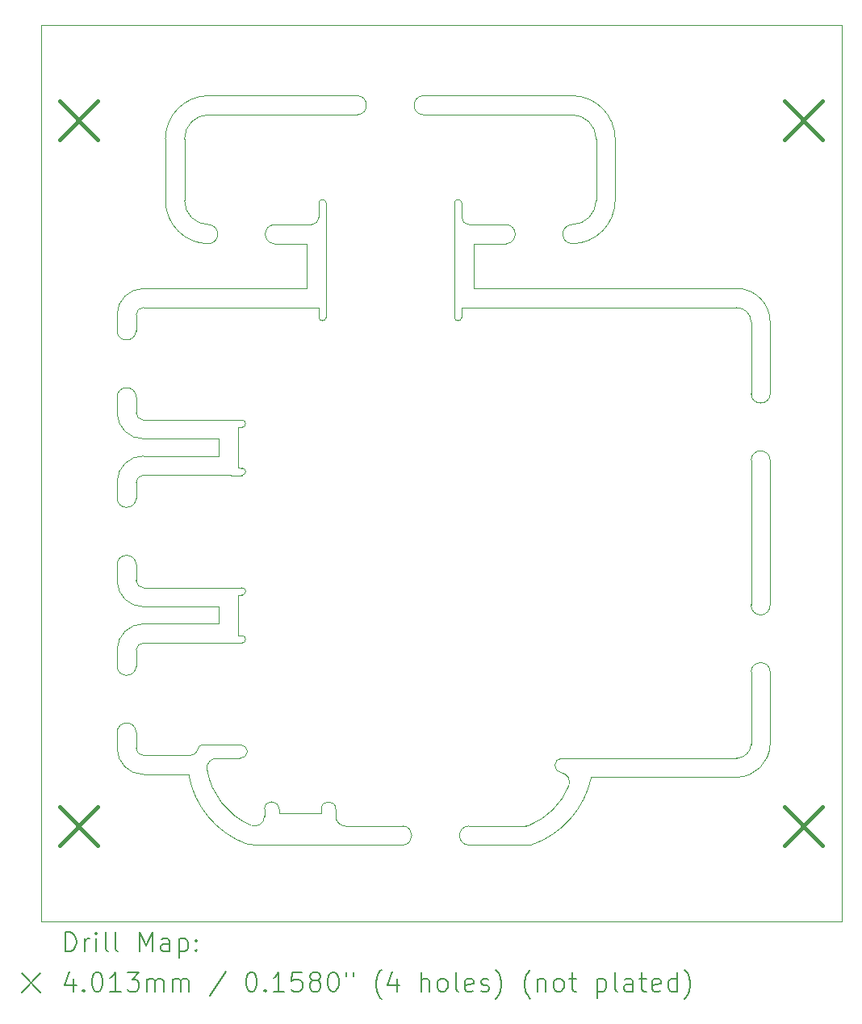
<source format=gbr>
%TF.GenerationSoftware,KiCad,Pcbnew,8.0.2*%
%TF.CreationDate,2024-10-13T20:57:57-05:00*%
%TF.ProjectId,PM1C_Rev_1_2,504d3143-5f52-4657-965f-315f322e6b69,1*%
%TF.SameCoordinates,PX297003ePY8770cd2*%
%TF.FileFunction,Drillmap*%
%TF.FilePolarity,Positive*%
%FSLAX45Y45*%
G04 Gerber Fmt 4.5, Leading zero omitted, Abs format (unit mm)*
G04 Created by KiCad (PCBNEW 8.0.2) date 2024-10-13 20:57:57*
%MOMM*%
%LPD*%
G01*
G04 APERTURE LIST*
%ADD10C,0.050000*%
%ADD11C,0.200000*%
%ADD12C,0.401300*%
G04 APERTURE END LIST*
D10*
X4009706Y8456956D02*
G75*
G02*
X4010127Y8656730I6571J99873D01*
G01*
X1696916Y1851797D02*
X2092457Y1851479D01*
X7451299Y1855148D02*
X7451299Y2619468D01*
X4415422Y6335486D02*
G75*
G02*
X4339222Y6335486I-38100J0D01*
G01*
X1307262Y8204388D02*
X1307358Y7554619D01*
X-43Y9399979D02*
X8399957Y9399979D01*
X8399957Y-21D01*
X-43Y-21D01*
X-43Y9399979D01*
X2916820Y7529854D02*
G75*
G02*
X2993020Y7529854I38100J0D01*
G01*
X999858Y6189978D02*
G75*
G02*
X799599Y6191485I-100091J5911D01*
G01*
X799986Y3738974D02*
G75*
G02*
X1000074Y3742414I100096J-1285D01*
G01*
X2245477Y800264D02*
G75*
G02*
X2155679Y812856I-3740J299815D01*
G01*
X2204555Y1007820D02*
G75*
G02*
X1744683Y1593732I293102J703480D01*
G01*
X2793187Y6636154D02*
X2793283Y7104836D01*
X7651176Y3318797D02*
G75*
G02*
X7451262Y3320089I-99999J-5867D01*
G01*
X799986Y2850461D02*
G75*
G02*
X1078675Y3119543I276211J-7212D01*
G01*
X5824962Y7558971D02*
X5825124Y8202955D01*
X1865390Y5059220D02*
X1865390Y4880216D01*
X4339222Y7529854D02*
G75*
G02*
X4415422Y7529854I38100J0D01*
G01*
X2109728Y3498509D02*
G75*
G02*
X2109728Y3422070I769J-38219D01*
G01*
X5142444Y800461D02*
X4492170Y800461D01*
X1507118Y8202955D02*
X1507214Y7558843D01*
X2345320Y1101480D02*
G75*
G02*
X2204554Y1007817I-101563J29D01*
G01*
X5573408Y8656730D02*
G75*
G02*
X6024981Y8204417I-2171J-453741D01*
G01*
X5573408Y8656730D02*
X4010127Y8656730D01*
X7451169Y6283086D02*
X7451169Y5531874D01*
X2942220Y1177680D02*
G75*
G02*
X3094620Y1177680I76200J0D01*
G01*
X1000074Y2842906D02*
X1000074Y2675173D01*
X1865347Y3298542D02*
X1865347Y3119538D01*
X2155679Y812855D02*
G75*
G02*
X1550548Y1540413I337998J896554D01*
G01*
X1000074Y4601096D02*
G75*
G02*
X1076274Y4677292I76203J-7D01*
G01*
X4539055Y6636182D02*
X7300975Y6636182D01*
X1758834Y8656702D02*
X3322115Y8656702D01*
X2993020Y6335486D02*
G75*
G02*
X2916820Y6335486I-38100J0D01*
G01*
X799986Y3567126D02*
X799986Y3738974D01*
X2449227Y7304870D02*
X2840716Y7304842D01*
X4009706Y8456956D02*
X5571123Y8456956D01*
X2109730Y2995409D02*
X2065730Y2995500D01*
X6024818Y7554775D02*
G75*
G02*
X5572415Y7104991I-454011J4244D01*
G01*
X1076500Y5256500D02*
X1989589Y5256428D01*
X2168877Y1780399D02*
G75*
G02*
X2089957Y1709974I-76130J5881D01*
G01*
X2065728Y3421969D02*
X2065691Y2995485D01*
X2916916Y7381042D02*
G75*
G02*
X2840716Y7304840I-76209J8D01*
G01*
X7298769Y6435486D02*
G75*
G02*
X7451174Y6283086I8J-152397D01*
G01*
X2109959Y4676971D02*
X1989591Y4677062D01*
X3798164Y800264D02*
X2245477Y800264D01*
X2916820Y6335486D02*
X2916820Y6435486D01*
X1761215Y7304842D02*
G75*
G02*
X1507219Y7558843I2J253998D01*
G01*
X1000074Y1816491D02*
X1000074Y1981804D01*
X2109730Y2995409D02*
G75*
G02*
X2109730Y2918970I777J-38220D01*
G01*
X1076271Y3498489D02*
X1989360Y3498417D01*
X1865347Y3119538D02*
X1078675Y3119538D01*
X3196221Y999984D02*
G75*
G02*
X3094622Y1101584I16J101615D01*
G01*
X799599Y6363333D02*
G75*
G02*
X1078885Y6636149I278658J-5904D01*
G01*
X7651176Y3318797D02*
X7651176Y4835700D01*
X1865390Y5059220D02*
X1078717Y5059220D01*
X4339222Y6335486D02*
X4339222Y7529854D01*
X1865390Y4880216D02*
X1078717Y4880216D01*
X2942220Y1135984D02*
X2942220Y1177680D01*
X5463321Y1710827D02*
X5469523Y1711080D01*
X5469523Y1711081D02*
X7298769Y1711081D01*
X7451266Y3320089D02*
X7451266Y4836992D01*
X1076500Y5256500D02*
G75*
G02*
X999998Y5333000I-53J76449D01*
G01*
X1000074Y2842906D02*
G75*
G02*
X1076274Y2919102I76203J-7D01*
G01*
X4490412Y1000098D02*
X5088774Y1000098D01*
X1000500Y5496500D02*
X1000000Y5333000D01*
X2793283Y7104836D02*
X2448806Y7105096D01*
X3094620Y1177680D02*
X3094620Y1101584D01*
X1989490Y2919285D02*
X1076045Y2919285D01*
X5119940Y1005167D02*
G75*
G02*
X5088774Y999983I-28313J73943D01*
G01*
X4539055Y6636182D02*
X4538893Y7104993D01*
X4882949Y7304941D02*
G75*
G02*
X4883370Y7105164I-6152J-99902D01*
G01*
X7302216Y1511511D02*
X5775190Y1511511D01*
X4415422Y7529854D02*
X4415260Y7381170D01*
X1647256Y1807619D02*
G75*
G02*
X1696916Y1851799I49651J-5809D01*
G01*
X7451299Y2619468D02*
G75*
G02*
X7650611Y2619818I99668J-6669D01*
G01*
X1076274Y3498481D02*
G75*
G02*
X1000079Y3574681I-7J76188D01*
G01*
X2109728Y3498509D02*
X1989360Y3498417D01*
X2345320Y1177680D02*
G75*
G02*
X2497720Y1177680I76200J0D01*
G01*
X2109957Y5180071D02*
X2065957Y5179979D01*
X3196221Y999984D02*
X3799351Y999984D01*
X4538893Y7104993D02*
X4883370Y7105167D01*
X999858Y6189978D02*
X999858Y6358266D01*
X800029Y5499652D02*
G75*
G02*
X1000494Y5496500I100188J-4402D01*
G01*
X1000074Y3574681D02*
X1000074Y3742414D01*
X1865347Y3298542D02*
X1078675Y3298542D01*
X7451299Y1855148D02*
G75*
G02*
X7298769Y1711078I-152542J8722D01*
G01*
X2793187Y6636154D02*
X1078885Y6636154D01*
X999858Y6358266D02*
G75*
G02*
X1076274Y6435483I76419J793D01*
G01*
X3799351Y999984D02*
G75*
G02*
X3798164Y800264I-8234J-99815D01*
G01*
X2916820Y6435486D02*
X1076274Y6435486D01*
X2448806Y7105096D02*
G75*
G02*
X2449227Y7304870I6571J99874D01*
G01*
X1761215Y7304842D02*
G75*
G02*
X1759761Y7104838I-6158J-99962D01*
G01*
X7451266Y4836992D02*
G75*
G02*
X7651178Y4835700I99931J-4533D01*
G01*
X799982Y1982425D02*
G75*
G02*
X1000071Y1981804I100035J-3266D01*
G01*
X4415422Y6435486D02*
X4415422Y6335486D01*
X799986Y2850461D02*
X799986Y2678613D01*
X5458944Y1559418D02*
G75*
G02*
X5538730Y1419991I-14097J-100609D01*
G01*
X2993020Y7529854D02*
X2993020Y6335486D01*
X2065957Y5179979D02*
X2065920Y4753496D01*
X4491460Y7304970D02*
X4882949Y7304941D01*
X2109959Y4753420D02*
G75*
G02*
X2109959Y4676979I778J-38220D01*
G01*
X7298769Y6435486D02*
X4415422Y6435486D01*
X2092457Y1851479D02*
G75*
G02*
X2168881Y1780399I-330J-76980D01*
G01*
X5571123Y8456956D02*
G75*
G02*
X5825124Y8202955I-16J-254017D01*
G01*
X2109730Y2918960D02*
X1989362Y2919052D01*
X1000116Y4435851D02*
G75*
G02*
X800028Y4439291I-99993J4735D01*
G01*
X2109957Y5256519D02*
G75*
G02*
X2109957Y5180079I770J-38220D01*
G01*
X800029Y4611139D02*
X800029Y4439291D01*
X5538732Y1419991D02*
G75*
G02*
X5119939Y1005169I-702525J290439D01*
G01*
X1078675Y3298542D02*
G75*
G02*
X799987Y3567126I-2988J275777D01*
G01*
X800029Y4611139D02*
G75*
G02*
X1078717Y4880221I276208J-7210D01*
G01*
X1507118Y8202955D02*
G75*
G02*
X1761119Y8456958I253989J14D01*
G01*
X2497720Y1177680D02*
X2497720Y1135984D01*
X2497720Y1135984D02*
X2942220Y1135984D01*
X2109957Y5256519D02*
X1989589Y5256428D01*
X2109728Y3422060D02*
X2065728Y3421969D01*
X1075846Y1540413D02*
G75*
G02*
X799981Y1817113I411J276276D01*
G01*
X7650683Y6285306D02*
X7651290Y5534094D01*
X2916916Y7381042D02*
X2916820Y7529854D01*
X1744682Y1593732D02*
G75*
G02*
X1844957Y1709972I99535J15507D01*
G01*
X1076274Y1740291D02*
G75*
G02*
X1000079Y1816491I-7J76188D01*
G01*
X800029Y5327804D02*
X800029Y5499652D01*
X1759761Y7104836D02*
G75*
G02*
X1307361Y7554619I1596J454013D01*
G01*
X5824962Y7558971D02*
G75*
G02*
X5570961Y7304974I-253985J-12D01*
G01*
X4492170Y800461D02*
G75*
G02*
X4490412Y1000098I227J99828D01*
G01*
X799982Y1817113D02*
X799982Y1982425D01*
X3322536Y8456927D02*
X1761119Y8456927D01*
X799599Y6363333D02*
X799599Y6191485D01*
X5572415Y7104993D02*
G75*
G02*
X5570961Y7304966I4702J100026D01*
G01*
X1307262Y8204388D02*
G75*
G02*
X1758834Y8656702I453750J-1433D01*
G01*
X1078717Y5059220D02*
G75*
G02*
X800025Y5327804I-3000J275769D01*
G01*
X4491460Y7304970D02*
G75*
G02*
X4415258Y7381170I-3J76199D01*
G01*
X2089957Y1709979D02*
X1844957Y1709979D01*
X7300975Y6636182D02*
G75*
G02*
X7650679Y6285306I-3408J-353103D01*
G01*
X1076274Y1740291D02*
X1571574Y1740291D01*
X1000074Y4601096D02*
X1000116Y4435851D01*
X6024980Y8204417D02*
X6024818Y7554775D01*
X1000074Y2675173D02*
G75*
G02*
X799987Y2678613I-99992J4726D01*
G01*
X3322115Y8656702D02*
G75*
G02*
X3322536Y8456924I-6158J-99902D01*
G01*
X1550549Y1540413D02*
X1075846Y1540413D01*
X7650603Y1855498D02*
X7650603Y2619818D01*
X2345320Y1101480D02*
X2345320Y1177680D01*
X1647256Y1807619D02*
G75*
G02*
X1571574Y1740293I-75679J8871D01*
G01*
X5775190Y1511511D02*
G75*
G02*
X5142444Y800461I-940919J200243D01*
G01*
X5458944Y1559418D02*
G75*
G02*
X5463321Y1710825I10564J75461D01*
G01*
X7650667Y1855496D02*
G75*
G02*
X7302216Y1511516I-351900J7993D01*
G01*
X2109959Y4753420D02*
X2065959Y4753511D01*
X7651290Y5534094D02*
G75*
G02*
X7451165Y5531874I-100074J-125D01*
G01*
X1989719Y4677296D02*
X1076274Y4677296D01*
D11*
D12*
X199310Y8599804D02*
X600610Y8198504D01*
X600610Y8599804D02*
X199310Y8198504D01*
X199310Y1199804D02*
X600610Y798504D01*
X600610Y1199804D02*
X199310Y798504D01*
X7799310Y8599804D02*
X8200610Y8198504D01*
X8200610Y8599804D02*
X7799310Y8198504D01*
X7799310Y1199804D02*
X8200610Y798504D01*
X8200610Y1199804D02*
X7799310Y798504D01*
D11*
X258234Y-314004D02*
X258234Y-114004D01*
X258234Y-114004D02*
X305853Y-114004D01*
X305853Y-114004D02*
X334424Y-123528D01*
X334424Y-123528D02*
X353472Y-142576D01*
X353472Y-142576D02*
X362996Y-161623D01*
X362996Y-161623D02*
X372519Y-199719D01*
X372519Y-199719D02*
X372519Y-228290D01*
X372519Y-228290D02*
X362996Y-266385D01*
X362996Y-266385D02*
X353472Y-285433D01*
X353472Y-285433D02*
X334424Y-304481D01*
X334424Y-304481D02*
X305853Y-314004D01*
X305853Y-314004D02*
X258234Y-314004D01*
X458234Y-314004D02*
X458234Y-180671D01*
X458234Y-218766D02*
X467758Y-199719D01*
X467758Y-199719D02*
X477281Y-190195D01*
X477281Y-190195D02*
X496329Y-180671D01*
X496329Y-180671D02*
X515377Y-180671D01*
X582043Y-314004D02*
X582043Y-180671D01*
X582043Y-114004D02*
X572520Y-123528D01*
X572520Y-123528D02*
X582043Y-133052D01*
X582043Y-133052D02*
X591567Y-123528D01*
X591567Y-123528D02*
X582043Y-114004D01*
X582043Y-114004D02*
X582043Y-133052D01*
X705853Y-314004D02*
X686805Y-304481D01*
X686805Y-304481D02*
X677281Y-285433D01*
X677281Y-285433D02*
X677281Y-114004D01*
X810615Y-314004D02*
X791567Y-304481D01*
X791567Y-304481D02*
X782043Y-285433D01*
X782043Y-285433D02*
X782043Y-114004D01*
X1039186Y-314004D02*
X1039186Y-114004D01*
X1039186Y-114004D02*
X1105853Y-256861D01*
X1105853Y-256861D02*
X1172520Y-114004D01*
X1172520Y-114004D02*
X1172520Y-314004D01*
X1353472Y-314004D02*
X1353472Y-209242D01*
X1353472Y-209242D02*
X1343948Y-190195D01*
X1343948Y-190195D02*
X1324901Y-180671D01*
X1324901Y-180671D02*
X1286805Y-180671D01*
X1286805Y-180671D02*
X1267758Y-190195D01*
X1353472Y-304481D02*
X1334424Y-314004D01*
X1334424Y-314004D02*
X1286805Y-314004D01*
X1286805Y-314004D02*
X1267758Y-304481D01*
X1267758Y-304481D02*
X1258234Y-285433D01*
X1258234Y-285433D02*
X1258234Y-266385D01*
X1258234Y-266385D02*
X1267758Y-247338D01*
X1267758Y-247338D02*
X1286805Y-237814D01*
X1286805Y-237814D02*
X1334424Y-237814D01*
X1334424Y-237814D02*
X1353472Y-228290D01*
X1448710Y-180671D02*
X1448710Y-380671D01*
X1448710Y-190195D02*
X1467758Y-180671D01*
X1467758Y-180671D02*
X1505853Y-180671D01*
X1505853Y-180671D02*
X1524900Y-190195D01*
X1524900Y-190195D02*
X1534424Y-199719D01*
X1534424Y-199719D02*
X1543948Y-218766D01*
X1543948Y-218766D02*
X1543948Y-275909D01*
X1543948Y-275909D02*
X1534424Y-294957D01*
X1534424Y-294957D02*
X1524900Y-304481D01*
X1524900Y-304481D02*
X1505853Y-314004D01*
X1505853Y-314004D02*
X1467758Y-314004D01*
X1467758Y-314004D02*
X1448710Y-304481D01*
X1629662Y-294957D02*
X1639186Y-304481D01*
X1639186Y-304481D02*
X1629662Y-314004D01*
X1629662Y-314004D02*
X1620139Y-304481D01*
X1620139Y-304481D02*
X1629662Y-294957D01*
X1629662Y-294957D02*
X1629662Y-314004D01*
X1629662Y-190195D02*
X1639186Y-199719D01*
X1639186Y-199719D02*
X1629662Y-209242D01*
X1629662Y-209242D02*
X1620139Y-199719D01*
X1620139Y-199719D02*
X1629662Y-190195D01*
X1629662Y-190195D02*
X1629662Y-209242D01*
X-202543Y-542521D02*
X-2543Y-742521D01*
X-2543Y-542521D02*
X-202543Y-742521D01*
X343948Y-600671D02*
X343948Y-734004D01*
X296329Y-524481D02*
X248710Y-667338D01*
X248710Y-667338D02*
X372519Y-667338D01*
X448710Y-714957D02*
X458234Y-724481D01*
X458234Y-724481D02*
X448710Y-734004D01*
X448710Y-734004D02*
X439186Y-724481D01*
X439186Y-724481D02*
X448710Y-714957D01*
X448710Y-714957D02*
X448710Y-734004D01*
X582043Y-534004D02*
X601091Y-534004D01*
X601091Y-534004D02*
X620139Y-543528D01*
X620139Y-543528D02*
X629662Y-553052D01*
X629662Y-553052D02*
X639186Y-572100D01*
X639186Y-572100D02*
X648710Y-610195D01*
X648710Y-610195D02*
X648710Y-657814D01*
X648710Y-657814D02*
X639186Y-695909D01*
X639186Y-695909D02*
X629662Y-714957D01*
X629662Y-714957D02*
X620139Y-724481D01*
X620139Y-724481D02*
X601091Y-734004D01*
X601091Y-734004D02*
X582043Y-734004D01*
X582043Y-734004D02*
X562996Y-724481D01*
X562996Y-724481D02*
X553472Y-714957D01*
X553472Y-714957D02*
X543948Y-695909D01*
X543948Y-695909D02*
X534424Y-657814D01*
X534424Y-657814D02*
X534424Y-610195D01*
X534424Y-610195D02*
X543948Y-572100D01*
X543948Y-572100D02*
X553472Y-553052D01*
X553472Y-553052D02*
X562996Y-543528D01*
X562996Y-543528D02*
X582043Y-534004D01*
X839186Y-734004D02*
X724900Y-734004D01*
X782043Y-734004D02*
X782043Y-534004D01*
X782043Y-534004D02*
X762996Y-562576D01*
X762996Y-562576D02*
X743948Y-581623D01*
X743948Y-581623D02*
X724900Y-591147D01*
X905853Y-534004D02*
X1029662Y-534004D01*
X1029662Y-534004D02*
X962996Y-610195D01*
X962996Y-610195D02*
X991567Y-610195D01*
X991567Y-610195D02*
X1010615Y-619719D01*
X1010615Y-619719D02*
X1020139Y-629243D01*
X1020139Y-629243D02*
X1029662Y-648290D01*
X1029662Y-648290D02*
X1029662Y-695909D01*
X1029662Y-695909D02*
X1020139Y-714957D01*
X1020139Y-714957D02*
X1010615Y-724481D01*
X1010615Y-724481D02*
X991567Y-734004D01*
X991567Y-734004D02*
X934424Y-734004D01*
X934424Y-734004D02*
X915377Y-724481D01*
X915377Y-724481D02*
X905853Y-714957D01*
X1115377Y-734004D02*
X1115377Y-600671D01*
X1115377Y-619719D02*
X1124901Y-610195D01*
X1124901Y-610195D02*
X1143948Y-600671D01*
X1143948Y-600671D02*
X1172520Y-600671D01*
X1172520Y-600671D02*
X1191567Y-610195D01*
X1191567Y-610195D02*
X1201091Y-629243D01*
X1201091Y-629243D02*
X1201091Y-734004D01*
X1201091Y-629243D02*
X1210615Y-610195D01*
X1210615Y-610195D02*
X1229662Y-600671D01*
X1229662Y-600671D02*
X1258234Y-600671D01*
X1258234Y-600671D02*
X1277282Y-610195D01*
X1277282Y-610195D02*
X1286805Y-629243D01*
X1286805Y-629243D02*
X1286805Y-734004D01*
X1382043Y-734004D02*
X1382043Y-600671D01*
X1382043Y-619719D02*
X1391567Y-610195D01*
X1391567Y-610195D02*
X1410615Y-600671D01*
X1410615Y-600671D02*
X1439186Y-600671D01*
X1439186Y-600671D02*
X1458234Y-610195D01*
X1458234Y-610195D02*
X1467758Y-629243D01*
X1467758Y-629243D02*
X1467758Y-734004D01*
X1467758Y-629243D02*
X1477281Y-610195D01*
X1477281Y-610195D02*
X1496329Y-600671D01*
X1496329Y-600671D02*
X1524900Y-600671D01*
X1524900Y-600671D02*
X1543948Y-610195D01*
X1543948Y-610195D02*
X1553472Y-629243D01*
X1553472Y-629243D02*
X1553472Y-734004D01*
X1943948Y-524481D02*
X1772520Y-781623D01*
X2201091Y-534004D02*
X2220139Y-534004D01*
X2220139Y-534004D02*
X2239186Y-543528D01*
X2239186Y-543528D02*
X2248710Y-553052D01*
X2248710Y-553052D02*
X2258234Y-572100D01*
X2258234Y-572100D02*
X2267758Y-610195D01*
X2267758Y-610195D02*
X2267758Y-657814D01*
X2267758Y-657814D02*
X2258234Y-695909D01*
X2258234Y-695909D02*
X2248710Y-714957D01*
X2248710Y-714957D02*
X2239186Y-724481D01*
X2239186Y-724481D02*
X2220139Y-734004D01*
X2220139Y-734004D02*
X2201091Y-734004D01*
X2201091Y-734004D02*
X2182044Y-724481D01*
X2182044Y-724481D02*
X2172520Y-714957D01*
X2172520Y-714957D02*
X2162996Y-695909D01*
X2162996Y-695909D02*
X2153472Y-657814D01*
X2153472Y-657814D02*
X2153472Y-610195D01*
X2153472Y-610195D02*
X2162996Y-572100D01*
X2162996Y-572100D02*
X2172520Y-553052D01*
X2172520Y-553052D02*
X2182044Y-543528D01*
X2182044Y-543528D02*
X2201091Y-534004D01*
X2353472Y-714957D02*
X2362996Y-724481D01*
X2362996Y-724481D02*
X2353472Y-734004D01*
X2353472Y-734004D02*
X2343948Y-724481D01*
X2343948Y-724481D02*
X2353472Y-714957D01*
X2353472Y-714957D02*
X2353472Y-734004D01*
X2553472Y-734004D02*
X2439186Y-734004D01*
X2496329Y-734004D02*
X2496329Y-534004D01*
X2496329Y-534004D02*
X2477282Y-562576D01*
X2477282Y-562576D02*
X2458234Y-581623D01*
X2458234Y-581623D02*
X2439186Y-591147D01*
X2734425Y-534004D02*
X2639186Y-534004D01*
X2639186Y-534004D02*
X2629663Y-629243D01*
X2629663Y-629243D02*
X2639186Y-619719D01*
X2639186Y-619719D02*
X2658234Y-610195D01*
X2658234Y-610195D02*
X2705853Y-610195D01*
X2705853Y-610195D02*
X2724901Y-619719D01*
X2724901Y-619719D02*
X2734425Y-629243D01*
X2734425Y-629243D02*
X2743948Y-648290D01*
X2743948Y-648290D02*
X2743948Y-695909D01*
X2743948Y-695909D02*
X2734425Y-714957D01*
X2734425Y-714957D02*
X2724901Y-724481D01*
X2724901Y-724481D02*
X2705853Y-734004D01*
X2705853Y-734004D02*
X2658234Y-734004D01*
X2658234Y-734004D02*
X2639186Y-724481D01*
X2639186Y-724481D02*
X2629663Y-714957D01*
X2858234Y-619719D02*
X2839186Y-610195D01*
X2839186Y-610195D02*
X2829663Y-600671D01*
X2829663Y-600671D02*
X2820139Y-581623D01*
X2820139Y-581623D02*
X2820139Y-572100D01*
X2820139Y-572100D02*
X2829663Y-553052D01*
X2829663Y-553052D02*
X2839186Y-543528D01*
X2839186Y-543528D02*
X2858234Y-534004D01*
X2858234Y-534004D02*
X2896329Y-534004D01*
X2896329Y-534004D02*
X2915377Y-543528D01*
X2915377Y-543528D02*
X2924901Y-553052D01*
X2924901Y-553052D02*
X2934424Y-572100D01*
X2934424Y-572100D02*
X2934424Y-581623D01*
X2934424Y-581623D02*
X2924901Y-600671D01*
X2924901Y-600671D02*
X2915377Y-610195D01*
X2915377Y-610195D02*
X2896329Y-619719D01*
X2896329Y-619719D02*
X2858234Y-619719D01*
X2858234Y-619719D02*
X2839186Y-629243D01*
X2839186Y-629243D02*
X2829663Y-638766D01*
X2829663Y-638766D02*
X2820139Y-657814D01*
X2820139Y-657814D02*
X2820139Y-695909D01*
X2820139Y-695909D02*
X2829663Y-714957D01*
X2829663Y-714957D02*
X2839186Y-724481D01*
X2839186Y-724481D02*
X2858234Y-734004D01*
X2858234Y-734004D02*
X2896329Y-734004D01*
X2896329Y-734004D02*
X2915377Y-724481D01*
X2915377Y-724481D02*
X2924901Y-714957D01*
X2924901Y-714957D02*
X2934424Y-695909D01*
X2934424Y-695909D02*
X2934424Y-657814D01*
X2934424Y-657814D02*
X2924901Y-638766D01*
X2924901Y-638766D02*
X2915377Y-629243D01*
X2915377Y-629243D02*
X2896329Y-619719D01*
X3058234Y-534004D02*
X3077282Y-534004D01*
X3077282Y-534004D02*
X3096329Y-543528D01*
X3096329Y-543528D02*
X3105853Y-553052D01*
X3105853Y-553052D02*
X3115377Y-572100D01*
X3115377Y-572100D02*
X3124901Y-610195D01*
X3124901Y-610195D02*
X3124901Y-657814D01*
X3124901Y-657814D02*
X3115377Y-695909D01*
X3115377Y-695909D02*
X3105853Y-714957D01*
X3105853Y-714957D02*
X3096329Y-724481D01*
X3096329Y-724481D02*
X3077282Y-734004D01*
X3077282Y-734004D02*
X3058234Y-734004D01*
X3058234Y-734004D02*
X3039186Y-724481D01*
X3039186Y-724481D02*
X3029663Y-714957D01*
X3029663Y-714957D02*
X3020139Y-695909D01*
X3020139Y-695909D02*
X3010615Y-657814D01*
X3010615Y-657814D02*
X3010615Y-610195D01*
X3010615Y-610195D02*
X3020139Y-572100D01*
X3020139Y-572100D02*
X3029663Y-553052D01*
X3029663Y-553052D02*
X3039186Y-543528D01*
X3039186Y-543528D02*
X3058234Y-534004D01*
X3201091Y-534004D02*
X3201091Y-572100D01*
X3277282Y-534004D02*
X3277282Y-572100D01*
X3572520Y-810195D02*
X3562996Y-800671D01*
X3562996Y-800671D02*
X3543948Y-772100D01*
X3543948Y-772100D02*
X3534425Y-753052D01*
X3534425Y-753052D02*
X3524901Y-724481D01*
X3524901Y-724481D02*
X3515377Y-676862D01*
X3515377Y-676862D02*
X3515377Y-638766D01*
X3515377Y-638766D02*
X3524901Y-591147D01*
X3524901Y-591147D02*
X3534425Y-562576D01*
X3534425Y-562576D02*
X3543948Y-543528D01*
X3543948Y-543528D02*
X3562996Y-514957D01*
X3562996Y-514957D02*
X3572520Y-505433D01*
X3734425Y-600671D02*
X3734425Y-734004D01*
X3686805Y-524481D02*
X3639186Y-667338D01*
X3639186Y-667338D02*
X3762996Y-667338D01*
X3991567Y-734004D02*
X3991567Y-534004D01*
X4077282Y-734004D02*
X4077282Y-629243D01*
X4077282Y-629243D02*
X4067758Y-610195D01*
X4067758Y-610195D02*
X4048710Y-600671D01*
X4048710Y-600671D02*
X4020139Y-600671D01*
X4020139Y-600671D02*
X4001091Y-610195D01*
X4001091Y-610195D02*
X3991567Y-619719D01*
X4201091Y-734004D02*
X4182044Y-724481D01*
X4182044Y-724481D02*
X4172520Y-714957D01*
X4172520Y-714957D02*
X4162996Y-695909D01*
X4162996Y-695909D02*
X4162996Y-638766D01*
X4162996Y-638766D02*
X4172520Y-619719D01*
X4172520Y-619719D02*
X4182044Y-610195D01*
X4182044Y-610195D02*
X4201091Y-600671D01*
X4201091Y-600671D02*
X4229663Y-600671D01*
X4229663Y-600671D02*
X4248710Y-610195D01*
X4248710Y-610195D02*
X4258234Y-619719D01*
X4258234Y-619719D02*
X4267758Y-638766D01*
X4267758Y-638766D02*
X4267758Y-695909D01*
X4267758Y-695909D02*
X4258234Y-714957D01*
X4258234Y-714957D02*
X4248710Y-724481D01*
X4248710Y-724481D02*
X4229663Y-734004D01*
X4229663Y-734004D02*
X4201091Y-734004D01*
X4382044Y-734004D02*
X4362996Y-724481D01*
X4362996Y-724481D02*
X4353472Y-705433D01*
X4353472Y-705433D02*
X4353472Y-534004D01*
X4534425Y-724481D02*
X4515377Y-734004D01*
X4515377Y-734004D02*
X4477282Y-734004D01*
X4477282Y-734004D02*
X4458234Y-724481D01*
X4458234Y-724481D02*
X4448710Y-705433D01*
X4448710Y-705433D02*
X4448710Y-629243D01*
X4448710Y-629243D02*
X4458234Y-610195D01*
X4458234Y-610195D02*
X4477282Y-600671D01*
X4477282Y-600671D02*
X4515377Y-600671D01*
X4515377Y-600671D02*
X4534425Y-610195D01*
X4534425Y-610195D02*
X4543949Y-629243D01*
X4543949Y-629243D02*
X4543949Y-648290D01*
X4543949Y-648290D02*
X4448710Y-667338D01*
X4620139Y-724481D02*
X4639187Y-734004D01*
X4639187Y-734004D02*
X4677282Y-734004D01*
X4677282Y-734004D02*
X4696330Y-724481D01*
X4696330Y-724481D02*
X4705853Y-705433D01*
X4705853Y-705433D02*
X4705853Y-695909D01*
X4705853Y-695909D02*
X4696330Y-676862D01*
X4696330Y-676862D02*
X4677282Y-667338D01*
X4677282Y-667338D02*
X4648710Y-667338D01*
X4648710Y-667338D02*
X4629663Y-657814D01*
X4629663Y-657814D02*
X4620139Y-638766D01*
X4620139Y-638766D02*
X4620139Y-629243D01*
X4620139Y-629243D02*
X4629663Y-610195D01*
X4629663Y-610195D02*
X4648710Y-600671D01*
X4648710Y-600671D02*
X4677282Y-600671D01*
X4677282Y-600671D02*
X4696330Y-610195D01*
X4772520Y-810195D02*
X4782044Y-800671D01*
X4782044Y-800671D02*
X4801091Y-772100D01*
X4801091Y-772100D02*
X4810615Y-753052D01*
X4810615Y-753052D02*
X4820139Y-724481D01*
X4820139Y-724481D02*
X4829663Y-676862D01*
X4829663Y-676862D02*
X4829663Y-638766D01*
X4829663Y-638766D02*
X4820139Y-591147D01*
X4820139Y-591147D02*
X4810615Y-562576D01*
X4810615Y-562576D02*
X4801091Y-543528D01*
X4801091Y-543528D02*
X4782044Y-514957D01*
X4782044Y-514957D02*
X4772520Y-505433D01*
X5134425Y-810195D02*
X5124901Y-800671D01*
X5124901Y-800671D02*
X5105853Y-772100D01*
X5105853Y-772100D02*
X5096330Y-753052D01*
X5096330Y-753052D02*
X5086806Y-724481D01*
X5086806Y-724481D02*
X5077282Y-676862D01*
X5077282Y-676862D02*
X5077282Y-638766D01*
X5077282Y-638766D02*
X5086806Y-591147D01*
X5086806Y-591147D02*
X5096330Y-562576D01*
X5096330Y-562576D02*
X5105853Y-543528D01*
X5105853Y-543528D02*
X5124901Y-514957D01*
X5124901Y-514957D02*
X5134425Y-505433D01*
X5210615Y-600671D02*
X5210615Y-734004D01*
X5210615Y-619719D02*
X5220139Y-610195D01*
X5220139Y-610195D02*
X5239187Y-600671D01*
X5239187Y-600671D02*
X5267758Y-600671D01*
X5267758Y-600671D02*
X5286806Y-610195D01*
X5286806Y-610195D02*
X5296330Y-629243D01*
X5296330Y-629243D02*
X5296330Y-734004D01*
X5420139Y-734004D02*
X5401091Y-724481D01*
X5401091Y-724481D02*
X5391568Y-714957D01*
X5391568Y-714957D02*
X5382044Y-695909D01*
X5382044Y-695909D02*
X5382044Y-638766D01*
X5382044Y-638766D02*
X5391568Y-619719D01*
X5391568Y-619719D02*
X5401091Y-610195D01*
X5401091Y-610195D02*
X5420139Y-600671D01*
X5420139Y-600671D02*
X5448711Y-600671D01*
X5448711Y-600671D02*
X5467758Y-610195D01*
X5467758Y-610195D02*
X5477282Y-619719D01*
X5477282Y-619719D02*
X5486806Y-638766D01*
X5486806Y-638766D02*
X5486806Y-695909D01*
X5486806Y-695909D02*
X5477282Y-714957D01*
X5477282Y-714957D02*
X5467758Y-724481D01*
X5467758Y-724481D02*
X5448711Y-734004D01*
X5448711Y-734004D02*
X5420139Y-734004D01*
X5543949Y-600671D02*
X5620139Y-600671D01*
X5572520Y-534004D02*
X5572520Y-705433D01*
X5572520Y-705433D02*
X5582044Y-724481D01*
X5582044Y-724481D02*
X5601091Y-734004D01*
X5601091Y-734004D02*
X5620139Y-734004D01*
X5839187Y-600671D02*
X5839187Y-800671D01*
X5839187Y-610195D02*
X5858234Y-600671D01*
X5858234Y-600671D02*
X5896330Y-600671D01*
X5896330Y-600671D02*
X5915377Y-610195D01*
X5915377Y-610195D02*
X5924901Y-619719D01*
X5924901Y-619719D02*
X5934425Y-638766D01*
X5934425Y-638766D02*
X5934425Y-695909D01*
X5934425Y-695909D02*
X5924901Y-714957D01*
X5924901Y-714957D02*
X5915377Y-724481D01*
X5915377Y-724481D02*
X5896330Y-734004D01*
X5896330Y-734004D02*
X5858234Y-734004D01*
X5858234Y-734004D02*
X5839187Y-724481D01*
X6048710Y-734004D02*
X6029663Y-724481D01*
X6029663Y-724481D02*
X6020139Y-705433D01*
X6020139Y-705433D02*
X6020139Y-534004D01*
X6210615Y-734004D02*
X6210615Y-629243D01*
X6210615Y-629243D02*
X6201091Y-610195D01*
X6201091Y-610195D02*
X6182044Y-600671D01*
X6182044Y-600671D02*
X6143949Y-600671D01*
X6143949Y-600671D02*
X6124901Y-610195D01*
X6210615Y-724481D02*
X6191568Y-734004D01*
X6191568Y-734004D02*
X6143949Y-734004D01*
X6143949Y-734004D02*
X6124901Y-724481D01*
X6124901Y-724481D02*
X6115377Y-705433D01*
X6115377Y-705433D02*
X6115377Y-686385D01*
X6115377Y-686385D02*
X6124901Y-667338D01*
X6124901Y-667338D02*
X6143949Y-657814D01*
X6143949Y-657814D02*
X6191568Y-657814D01*
X6191568Y-657814D02*
X6210615Y-648290D01*
X6277282Y-600671D02*
X6353472Y-600671D01*
X6305853Y-534004D02*
X6305853Y-705433D01*
X6305853Y-705433D02*
X6315377Y-724481D01*
X6315377Y-724481D02*
X6334425Y-734004D01*
X6334425Y-734004D02*
X6353472Y-734004D01*
X6496330Y-724481D02*
X6477282Y-734004D01*
X6477282Y-734004D02*
X6439187Y-734004D01*
X6439187Y-734004D02*
X6420139Y-724481D01*
X6420139Y-724481D02*
X6410615Y-705433D01*
X6410615Y-705433D02*
X6410615Y-629243D01*
X6410615Y-629243D02*
X6420139Y-610195D01*
X6420139Y-610195D02*
X6439187Y-600671D01*
X6439187Y-600671D02*
X6477282Y-600671D01*
X6477282Y-600671D02*
X6496330Y-610195D01*
X6496330Y-610195D02*
X6505853Y-629243D01*
X6505853Y-629243D02*
X6505853Y-648290D01*
X6505853Y-648290D02*
X6410615Y-667338D01*
X6677282Y-734004D02*
X6677282Y-534004D01*
X6677282Y-724481D02*
X6658234Y-734004D01*
X6658234Y-734004D02*
X6620139Y-734004D01*
X6620139Y-734004D02*
X6601091Y-724481D01*
X6601091Y-724481D02*
X6591568Y-714957D01*
X6591568Y-714957D02*
X6582044Y-695909D01*
X6582044Y-695909D02*
X6582044Y-638766D01*
X6582044Y-638766D02*
X6591568Y-619719D01*
X6591568Y-619719D02*
X6601091Y-610195D01*
X6601091Y-610195D02*
X6620139Y-600671D01*
X6620139Y-600671D02*
X6658234Y-600671D01*
X6658234Y-600671D02*
X6677282Y-610195D01*
X6753472Y-810195D02*
X6762996Y-800671D01*
X6762996Y-800671D02*
X6782044Y-772100D01*
X6782044Y-772100D02*
X6791568Y-753052D01*
X6791568Y-753052D02*
X6801091Y-724481D01*
X6801091Y-724481D02*
X6810615Y-676862D01*
X6810615Y-676862D02*
X6810615Y-638766D01*
X6810615Y-638766D02*
X6801091Y-591147D01*
X6801091Y-591147D02*
X6791568Y-562576D01*
X6791568Y-562576D02*
X6782044Y-543528D01*
X6782044Y-543528D02*
X6762996Y-514957D01*
X6762996Y-514957D02*
X6753472Y-505433D01*
M02*

</source>
